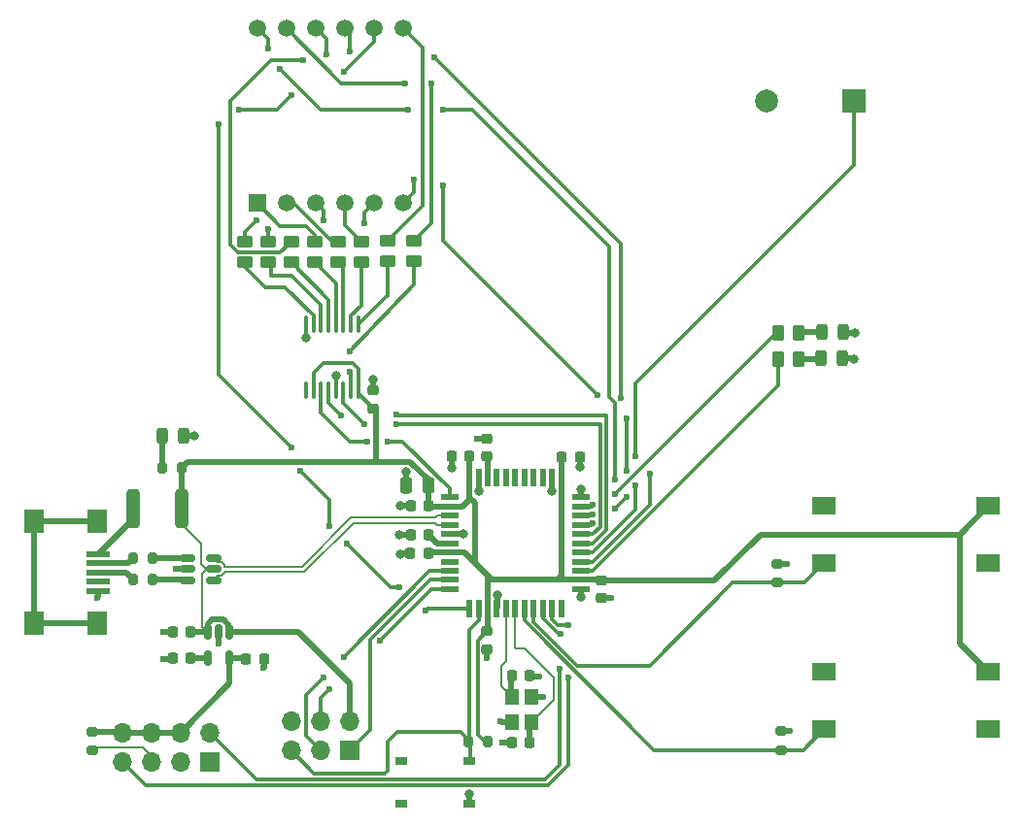
<source format=gbr>
%TF.GenerationSoftware,KiCad,Pcbnew,7.0.1-0*%
%TF.CreationDate,2023-04-21T07:07:00-06:00*%
%TF.ProjectId,PhaseB_Prototype,50686173-6542-45f5-9072-6f746f747970,rev?*%
%TF.SameCoordinates,Original*%
%TF.FileFunction,Copper,L1,Top*%
%TF.FilePolarity,Positive*%
%FSLAX46Y46*%
G04 Gerber Fmt 4.6, Leading zero omitted, Abs format (unit mm)*
G04 Created by KiCad (PCBNEW 7.0.1-0) date 2023-04-21 07:07:00*
%MOMM*%
%LPD*%
G01*
G04 APERTURE LIST*
G04 Aperture macros list*
%AMRoundRect*
0 Rectangle with rounded corners*
0 $1 Rounding radius*
0 $2 $3 $4 $5 $6 $7 $8 $9 X,Y pos of 4 corners*
0 Add a 4 corners polygon primitive as box body*
4,1,4,$2,$3,$4,$5,$6,$7,$8,$9,$2,$3,0*
0 Add four circle primitives for the rounded corners*
1,1,$1+$1,$2,$3*
1,1,$1+$1,$4,$5*
1,1,$1+$1,$6,$7*
1,1,$1+$1,$8,$9*
0 Add four rect primitives between the rounded corners*
20,1,$1+$1,$2,$3,$4,$5,0*
20,1,$1+$1,$4,$5,$6,$7,0*
20,1,$1+$1,$6,$7,$8,$9,0*
20,1,$1+$1,$8,$9,$2,$3,0*%
G04 Aperture macros list end*
%TA.AperFunction,ComponentPad*%
%ADD10R,1.700000X1.700000*%
%TD*%
%TA.AperFunction,ComponentPad*%
%ADD11O,1.700000X1.700000*%
%TD*%
%TA.AperFunction,SMDPad,CuDef*%
%ADD12RoundRect,0.200000X0.200000X0.275000X-0.200000X0.275000X-0.200000X-0.275000X0.200000X-0.275000X0*%
%TD*%
%TA.AperFunction,SMDPad,CuDef*%
%ADD13RoundRect,0.225000X0.250000X-0.225000X0.250000X0.225000X-0.250000X0.225000X-0.250000X-0.225000X0*%
%TD*%
%TA.AperFunction,SMDPad,CuDef*%
%ADD14RoundRect,0.225000X0.225000X0.250000X-0.225000X0.250000X-0.225000X-0.250000X0.225000X-0.250000X0*%
%TD*%
%TA.AperFunction,SMDPad,CuDef*%
%ADD15RoundRect,0.225000X-0.225000X-0.250000X0.225000X-0.250000X0.225000X0.250000X-0.225000X0.250000X0*%
%TD*%
%TA.AperFunction,ComponentPad*%
%ADD16R,2.000000X2.000000*%
%TD*%
%TA.AperFunction,ComponentPad*%
%ADD17C,2.000000*%
%TD*%
%TA.AperFunction,SMDPad,CuDef*%
%ADD18RoundRect,0.250000X0.450000X-0.262500X0.450000X0.262500X-0.450000X0.262500X-0.450000X-0.262500X0*%
%TD*%
%TA.AperFunction,SMDPad,CuDef*%
%ADD19RoundRect,0.243750X0.243750X0.456250X-0.243750X0.456250X-0.243750X-0.456250X0.243750X-0.456250X0*%
%TD*%
%TA.AperFunction,SMDPad,CuDef*%
%ADD20RoundRect,0.250000X-0.262500X-0.450000X0.262500X-0.450000X0.262500X0.450000X-0.262500X0.450000X0*%
%TD*%
%TA.AperFunction,SMDPad,CuDef*%
%ADD21RoundRect,0.150000X-0.512500X-0.150000X0.512500X-0.150000X0.512500X0.150000X-0.512500X0.150000X0*%
%TD*%
%TA.AperFunction,SMDPad,CuDef*%
%ADD22RoundRect,0.150000X-0.150000X0.512500X-0.150000X-0.512500X0.150000X-0.512500X0.150000X0.512500X0*%
%TD*%
%TA.AperFunction,SMDPad,CuDef*%
%ADD23R,2.000000X1.500000*%
%TD*%
%TA.AperFunction,SMDPad,CuDef*%
%ADD24RoundRect,0.100000X-0.100000X0.637500X-0.100000X-0.637500X0.100000X-0.637500X0.100000X0.637500X0*%
%TD*%
%TA.AperFunction,SMDPad,CuDef*%
%ADD25RoundRect,0.250000X0.250000X0.475000X-0.250000X0.475000X-0.250000X-0.475000X0.250000X-0.475000X0*%
%TD*%
%TA.AperFunction,SMDPad,CuDef*%
%ADD26RoundRect,0.200000X-0.200000X-0.275000X0.200000X-0.275000X0.200000X0.275000X-0.200000X0.275000X0*%
%TD*%
%TA.AperFunction,SMDPad,CuDef*%
%ADD27RoundRect,0.225000X-0.250000X0.225000X-0.250000X-0.225000X0.250000X-0.225000X0.250000X0.225000X0*%
%TD*%
%TA.AperFunction,SMDPad,CuDef*%
%ADD28R,1.500000X0.550000*%
%TD*%
%TA.AperFunction,SMDPad,CuDef*%
%ADD29R,0.550000X1.500000*%
%TD*%
%TA.AperFunction,SMDPad,CuDef*%
%ADD30RoundRect,0.200000X0.275000X-0.200000X0.275000X0.200000X-0.275000X0.200000X-0.275000X-0.200000X0*%
%TD*%
%TA.AperFunction,ComponentPad*%
%ADD31C,1.500000*%
%TD*%
%TA.AperFunction,ComponentPad*%
%ADD32R,1.500000X1.500000*%
%TD*%
%TA.AperFunction,SMDPad,CuDef*%
%ADD33R,1.200000X1.400000*%
%TD*%
%TA.AperFunction,SMDPad,CuDef*%
%ADD34RoundRect,0.250000X-0.312500X-1.450000X0.312500X-1.450000X0.312500X1.450000X-0.312500X1.450000X0*%
%TD*%
%TA.AperFunction,SMDPad,CuDef*%
%ADD35R,1.000000X0.700000*%
%TD*%
%TA.AperFunction,SMDPad,CuDef*%
%ADD36R,2.000000X0.500000*%
%TD*%
%TA.AperFunction,SMDPad,CuDef*%
%ADD37R,1.700000X2.000000*%
%TD*%
%TA.AperFunction,ViaPad*%
%ADD38C,0.600000*%
%TD*%
%TA.AperFunction,ViaPad*%
%ADD39C,0.800000*%
%TD*%
%TA.AperFunction,Conductor*%
%ADD40C,0.300000*%
%TD*%
%TA.AperFunction,Conductor*%
%ADD41C,0.500000*%
%TD*%
%TA.AperFunction,Conductor*%
%ADD42C,0.200000*%
%TD*%
G04 APERTURE END LIST*
D10*
%TO.P,J2,1,MISO*%
%TO.N,MISO*%
X105903000Y-92476000D03*
D11*
%TO.P,J2,2,VCC*%
%TO.N,+5V*%
X105903000Y-89936000D03*
%TO.P,J2,3,SCK*%
%TO.N,SCK*%
X103363000Y-92476000D03*
%TO.P,J2,4,MOSI*%
%TO.N,MOSI*%
X103363000Y-89936000D03*
%TO.P,J2,5,~{RST}*%
%TO.N,RST*%
X100823000Y-92476000D03*
%TO.P,J2,6,GND*%
%TO.N,GND*%
X100823000Y-89936000D03*
%TD*%
D12*
%TO.P,R14,1*%
%TO.N,+5V*%
X91249000Y-67818000D03*
%TO.P,R14,2*%
%TO.N,Net-(D3-A)*%
X89599000Y-67818000D03*
%TD*%
D13*
%TO.P,C15,2*%
%TO.N,GND*%
X107966820Y-61092142D03*
%TO.P,C15,1*%
%TO.N,+5V*%
X107966820Y-62642142D03*
%TD*%
D14*
%TO.P,C2,1*%
%TO.N,XTAL1*%
X121635189Y-91780601D03*
%TO.P,C2,2*%
%TO.N,GND*%
X120085189Y-91780601D03*
%TD*%
D15*
%TO.P,C1,1*%
%TO.N,XTAL2*%
X120053441Y-85988865D03*
%TO.P,C1,2*%
%TO.N,GND*%
X121603441Y-85988865D03*
%TD*%
D16*
%TO.P,LS1,1,1*%
%TO.N,Buzzer*%
X149840000Y-35814000D03*
D17*
%TO.P,LS1,2,2*%
%TO.N,GND*%
X142240000Y-35814000D03*
%TD*%
D18*
%TO.P,R5,2*%
%TO.N,Net-(U1-a)*%
X111506000Y-48006000D03*
%TO.P,R5,1*%
%TO.N,a*%
X111506000Y-49831000D03*
%TD*%
D19*
%TO.P,D3,1,K*%
%TO.N,GND*%
X91440000Y-65024000D03*
%TO.P,D3,2,A*%
%TO.N,Net-(D3-A)*%
X89565000Y-65024000D03*
%TD*%
D18*
%TO.P,R12,2*%
%TO.N,Net-(U1-DPX)*%
X96774000Y-48109500D03*
%TO.P,R12,1*%
%TO.N,dp*%
X96774000Y-49934500D03*
%TD*%
D12*
%TO.P,R16,1*%
%TO.N,USB_CONN_D-*%
X88709000Y-75710000D03*
%TO.P,R16,2*%
%TO.N,Net-(J1-D-)*%
X87059000Y-75710000D03*
%TD*%
D20*
%TO.P,R3,1*%
%TO.N,RED_LED*%
X143247085Y-56033813D03*
%TO.P,R3,2*%
%TO.N,Net-(D1-A)*%
X145072085Y-56033813D03*
%TD*%
D21*
%TO.P,U4,1,I/O1*%
%TO.N,USB_CONN_D-*%
X91783751Y-75721955D03*
%TO.P,U4,2,GND*%
%TO.N,GND*%
X91783751Y-76671955D03*
%TO.P,U4,3,I/O2*%
%TO.N,USB_CONN_D+*%
X91783751Y-77621955D03*
%TO.P,U4,4,I/O2*%
%TO.N,USB_D+*%
X94058751Y-77621955D03*
%TO.P,U4,5,VBUS*%
%TO.N,+5V*%
X94058751Y-76671955D03*
%TO.P,U4,6,I/O1*%
%TO.N,USB_D-*%
X94058751Y-75721955D03*
%TD*%
D22*
%TO.P,U5,1,VIN*%
%TO.N,+5V*%
X95438000Y-82174500D03*
%TO.P,U5,2,GND*%
%TO.N,GND*%
X94488000Y-82174500D03*
%TO.P,U5,3,ON/~{OFF}*%
%TO.N,+5V*%
X93538000Y-82174500D03*
%TO.P,U5,4,BP*%
%TO.N,Net-(U5-BP)*%
X93538000Y-84449500D03*
%TO.P,U5,5,VOUT*%
%TO.N,+3.3V*%
X95438000Y-84449500D03*
%TD*%
D18*
%TO.P,R10,2*%
%TO.N,Net-(U1-f)*%
X100838000Y-48109500D03*
%TO.P,R10,1*%
%TO.N,f*%
X100838000Y-49934500D03*
%TD*%
D23*
%TO.P,S1,A1,NO_1*%
%TO.N,unconnected-(S1-NO_1-PadA1)*%
X161582000Y-90638000D03*
%TO.P,S1,B1,NO_2*%
%TO.N,Button_1*%
X147282000Y-90638000D03*
%TO.P,S1,C1,COM_1*%
%TO.N,+5V*%
X161582000Y-85638000D03*
%TO.P,S1,D1,COM_2*%
%TO.N,unconnected-(S1-COM_2-PadD1)*%
X147282000Y-85638000D03*
%TD*%
D24*
%TO.P,U2,16,VCC*%
%TO.N,+5V*%
X106669000Y-61028500D03*
%TO.P,U2,15,QA*%
%TO.N,a*%
X106019000Y-61028500D03*
%TO.P,U2,14,SER*%
%TO.N,DS*%
X105369000Y-61028500D03*
%TO.P,U2,13,~{OE}*%
%TO.N,GND*%
X104719000Y-61028500D03*
%TO.P,U2,12,RCLK*%
%TO.N,ST_CP*%
X104069000Y-61028500D03*
%TO.P,U2,11,SRCLK*%
%TO.N,SH_CP*%
X103419000Y-61028500D03*
%TO.P,U2,10,~{SRCLR}*%
%TO.N,+5V*%
X102769000Y-61028500D03*
%TO.P,U2,9,QH'*%
%TO.N,unconnected-(U2-QH'-Pad9)*%
X102119000Y-61028500D03*
%TO.P,U2,8,GND*%
%TO.N,GND*%
X102119000Y-55303500D03*
%TO.P,U2,7,QH*%
%TO.N,dp*%
X102769000Y-55303500D03*
%TO.P,U2,6,QG*%
%TO.N,g*%
X103419000Y-55303500D03*
%TO.P,U2,5,QF*%
%TO.N,f*%
X104069000Y-55303500D03*
%TO.P,U2,4,QE*%
%TO.N,e*%
X104719000Y-55303500D03*
%TO.P,U2,3,QD*%
%TO.N,d*%
X105369000Y-55303500D03*
%TO.P,U2,2,QC*%
%TO.N,c*%
X106019000Y-55303500D03*
%TO.P,U2,1,QB*%
%TO.N,b*%
X106669000Y-55303500D03*
%TD*%
D25*
%TO.P,C4,1*%
%TO.N,+5V*%
X112778369Y-69342000D03*
%TO.P,C4,2*%
%TO.N,GND*%
X110878369Y-69342000D03*
%TD*%
D15*
%TO.P,C3,1*%
%TO.N,+5V*%
X124413154Y-66874511D03*
%TO.P,C3,2*%
%TO.N,GND*%
X125963154Y-66874511D03*
%TD*%
D18*
%TO.P,R6,2*%
%TO.N,Net-(U1-b)*%
X109220000Y-48006000D03*
%TO.P,R6,1*%
%TO.N,b*%
X109220000Y-49831000D03*
%TD*%
D26*
%TO.P,R13,1*%
%TO.N,RST*%
X116269000Y-91694000D03*
%TO.P,R13,2*%
%TO.N,+5V*%
X117919000Y-91694000D03*
%TD*%
D27*
%TO.P,C8,2*%
%TO.N,GND*%
X127880856Y-79215952D03*
%TO.P,C8,1*%
%TO.N,+5V*%
X127880856Y-77665952D03*
%TD*%
D14*
%TO.P,C10,1*%
%TO.N,/UCAP*%
X112789000Y-73660000D03*
%TO.P,C10,2*%
%TO.N,GND*%
X111239000Y-73660000D03*
%TD*%
D19*
%TO.P,D2,1,K*%
%TO.N,GND*%
X148895000Y-58310000D03*
%TO.P,D2,2,A*%
%TO.N,Net-(D2-A)*%
X147020000Y-58310000D03*
%TD*%
D13*
%TO.P,C11,1*%
%TO.N,/AREF*%
X117852224Y-66859263D03*
%TO.P,C11,2*%
%TO.N,GND*%
X117852224Y-65309263D03*
%TD*%
D14*
%TO.P,C7,1*%
%TO.N,+5V*%
X112768199Y-75315721D03*
%TO.P,C7,2*%
%TO.N,GND*%
X111218199Y-75315721D03*
%TD*%
D28*
%TO.P,U3,1,PE6*%
%TO.N,SH_CP*%
X114660000Y-70420000D03*
%TO.P,U3,2,UVCC*%
%TO.N,+5V*%
X114660000Y-71220000D03*
%TO.P,U3,3,D-*%
%TO.N,USB_D-*%
X114660000Y-72020000D03*
%TO.P,U3,4,D+*%
%TO.N,USB_D+*%
X114660000Y-72820000D03*
%TO.P,U3,5,UGND*%
%TO.N,GND*%
X114660000Y-73620000D03*
%TO.P,U3,6,UCAP*%
%TO.N,/UCAP*%
X114660000Y-74420000D03*
%TO.P,U3,7,VBUS*%
%TO.N,+5V*%
X114660000Y-75220000D03*
%TO.P,U3,8,PB0*%
%TO.N,unconnected-(U3-PB0-Pad8)*%
X114660000Y-76020000D03*
%TO.P,U3,9,PB1*%
%TO.N,SCK*%
X114660000Y-76820000D03*
%TO.P,U3,10,PB2*%
%TO.N,MISO*%
X114660000Y-77620000D03*
%TO.P,U3,11,PB3*%
%TO.N,MOSI*%
X114660000Y-78420000D03*
D29*
%TO.P,U3,12,PB7*%
%TO.N,Dig3*%
X116360000Y-80120000D03*
%TO.P,U3,13,~{RESET}*%
%TO.N,RST*%
X117160000Y-80120000D03*
%TO.P,U3,14,VCC*%
%TO.N,+5V*%
X117960000Y-80120000D03*
%TO.P,U3,15,GND*%
%TO.N,GND*%
X118760000Y-80120000D03*
%TO.P,U3,16,XTAL2*%
%TO.N,XTAL2*%
X119560000Y-80120000D03*
%TO.P,U3,17,XTAL1*%
%TO.N,XTAL1*%
X120360000Y-80120000D03*
%TO.P,U3,18,PD0*%
%TO.N,Button_1*%
X121160000Y-80120000D03*
%TO.P,U3,19,PD1*%
%TO.N,Button_2*%
X121960000Y-80120000D03*
%TO.P,U3,20,PD2*%
%TO.N,TX*%
X122760000Y-80120000D03*
%TO.P,U3,21,PD3*%
%TO.N,RX*%
X123560000Y-80120000D03*
%TO.P,U3,22,PD5*%
%TO.N,unconnected-(U3-PD5-Pad22)*%
X124360000Y-80120000D03*
D28*
%TO.P,U3,23,GND*%
%TO.N,GND*%
X126060000Y-78420000D03*
%TO.P,U3,24,AVCC*%
%TO.N,+5V*%
X126060000Y-77620000D03*
%TO.P,U3,25,PD4*%
%TO.N,GREEN_LED*%
X126060000Y-76820000D03*
%TO.P,U3,26,PD6*%
%TO.N,Dig2*%
X126060000Y-76020000D03*
%TO.P,U3,27,PD7*%
%TO.N,Buzzer*%
X126060000Y-75220000D03*
%TO.P,U3,28,PB4*%
%TO.N,ST_CP*%
X126060000Y-74420000D03*
%TO.P,U3,29,PB5*%
%TO.N,DS*%
X126060000Y-73620000D03*
%TO.P,U3,30,PB6*%
%TO.N,Dig4*%
X126060000Y-72820000D03*
%TO.P,U3,31,PC6*%
%TO.N,RED_LED*%
X126060000Y-72020000D03*
%TO.P,U3,32,PC7*%
%TO.N,Dig1*%
X126060000Y-71220000D03*
%TO.P,U3,33,~{HWB}/PE2*%
%TO.N,GND*%
X126060000Y-70420000D03*
D29*
%TO.P,U3,34,VCC*%
%TO.N,+5V*%
X124360000Y-68720000D03*
%TO.P,U3,35,GND*%
%TO.N,GND*%
X123560000Y-68720000D03*
%TO.P,U3,36,PF7*%
%TO.N,unconnected-(U3-PF7-Pad36)*%
X122760000Y-68720000D03*
%TO.P,U3,37,PF6*%
%TO.N,unconnected-(U3-PF6-Pad37)*%
X121960000Y-68720000D03*
%TO.P,U3,38,PF5*%
%TO.N,unconnected-(U3-PF5-Pad38)*%
X121160000Y-68720000D03*
%TO.P,U3,39,PF4*%
%TO.N,unconnected-(U3-PF4-Pad39)*%
X120360000Y-68720000D03*
%TO.P,U3,40,PF1*%
%TO.N,unconnected-(U3-PF1-Pad40)*%
X119560000Y-68720000D03*
%TO.P,U3,41,PF0*%
%TO.N,unconnected-(U3-PF0-Pad41)*%
X118760000Y-68720000D03*
%TO.P,U3,42,AREF*%
%TO.N,/AREF*%
X117960000Y-68720000D03*
%TO.P,U3,43,GND*%
%TO.N,GND*%
X117160000Y-68720000D03*
%TO.P,U3,44,AVCC*%
%TO.N,+5V*%
X116360000Y-68720000D03*
%TD*%
D30*
%TO.P,R1,2*%
%TO.N,GND*%
X143510000Y-90806000D03*
%TO.P,R1,1*%
%TO.N,Button_1*%
X143510000Y-92456000D03*
%TD*%
D19*
%TO.P,D1,1,K*%
%TO.N,GND*%
X148973500Y-56024000D03*
%TO.P,D1,2,A*%
%TO.N,Net-(D1-A)*%
X147098500Y-56024000D03*
%TD*%
D14*
%TO.P,C12,1*%
%TO.N,Net-(U5-BP)*%
X92054805Y-84476254D03*
%TO.P,C12,2*%
%TO.N,GND*%
X90504805Y-84476254D03*
%TD*%
D18*
%TO.P,R9,2*%
%TO.N,Net-(U1-e)*%
X102870000Y-48109500D03*
%TO.P,R9,1*%
%TO.N,e*%
X102870000Y-49934500D03*
%TD*%
D31*
%TO.P,U1,12,CA1*%
%TO.N,Dig1*%
X97850000Y-29480000D03*
%TO.P,U1,11,a*%
%TO.N,Net-(U1-a)*%
X100390000Y-29480000D03*
%TO.P,U1,10,f*%
%TO.N,Net-(U1-f)*%
X102930000Y-29480000D03*
%TO.P,U1,9,CA2*%
%TO.N,Dig2*%
X105470000Y-29480000D03*
%TO.P,U1,8,CA3*%
%TO.N,Dig3*%
X108010000Y-29480000D03*
%TO.P,U1,7,b*%
%TO.N,Net-(U1-b)*%
X110550000Y-29480000D03*
%TO.P,U1,6,CA4*%
%TO.N,Dig4*%
X110550000Y-44720000D03*
%TO.P,U1,5,g*%
%TO.N,Net-(U1-g)*%
X108010000Y-44720000D03*
%TO.P,U1,4,c*%
%TO.N,Net-(U1-c)*%
X105470000Y-44720000D03*
%TO.P,U1,3,DPX*%
%TO.N,Net-(U1-DPX)*%
X102930000Y-44720000D03*
%TO.P,U1,2,d*%
%TO.N,Net-(U1-d)*%
X100390000Y-44720000D03*
D32*
%TO.P,U1,1,e*%
%TO.N,Net-(U1-e)*%
X97850000Y-44720000D03*
%TD*%
D33*
%TO.P,Y1,1,1*%
%TO.N,XTAL1*%
X121754000Y-90000000D03*
%TO.P,Y1,2,2*%
%TO.N,GND*%
X121754000Y-87800000D03*
%TO.P,Y1,3,3*%
%TO.N,XTAL2*%
X120054000Y-87800000D03*
%TO.P,Y1,4,4*%
%TO.N,GND*%
X120054000Y-90000000D03*
%TD*%
D15*
%TO.P,C14,1*%
%TO.N,+3.3V*%
X96900048Y-84493218D03*
%TO.P,C14,2*%
%TO.N,GND*%
X98450048Y-84493218D03*
%TD*%
D10*
%TO.P,J3,1,Pin_1*%
%TO.N,GND*%
X93726000Y-93472000D03*
D11*
%TO.P,J3,2,Pin_2*%
%TO.N,TX*%
X93726000Y-90932000D03*
%TO.P,J3,3,Pin_3*%
%TO.N,unconnected-(J3-Pin_3-Pad3)*%
X91186000Y-93472000D03*
%TO.P,J3,4,Pin_4*%
%TO.N,+3.3V*%
X91186000Y-90932000D03*
%TO.P,J3,5,Pin_5*%
%TO.N,Net-(J3-Pin_5)*%
X88646000Y-93472000D03*
%TO.P,J3,6,Pin_6*%
%TO.N,+3.3V*%
X88646000Y-90932000D03*
%TO.P,J3,7,Pin_7*%
%TO.N,RX*%
X86106000Y-93472000D03*
%TO.P,J3,8,Pin_8*%
%TO.N,+3.3V*%
X86106000Y-90932000D03*
%TD*%
D14*
%TO.P,C13,1*%
%TO.N,+5V*%
X92065448Y-82152253D03*
%TO.P,C13,2*%
%TO.N,GND*%
X90515448Y-82152253D03*
%TD*%
D20*
%TO.P,R4,1*%
%TO.N,GREEN_LED*%
X143264647Y-58354301D03*
%TO.P,R4,2*%
%TO.N,Net-(D2-A)*%
X145089647Y-58354301D03*
%TD*%
D30*
%TO.P,R2,1*%
%TO.N,Button_2*%
X143217601Y-77846693D03*
%TO.P,R2,2*%
%TO.N,GND*%
X143217601Y-76196693D03*
%TD*%
%TO.P,R17,2*%
%TO.N,+3.3V*%
X83490000Y-90859000D03*
%TO.P,R17,1*%
%TO.N,Net-(J3-Pin_5)*%
X83490000Y-92509000D03*
%TD*%
D27*
%TO.P,C9,1*%
%TO.N,+5V*%
X117910193Y-82101325D03*
%TO.P,C9,2*%
%TO.N,GND*%
X117910193Y-83651325D03*
%TD*%
D34*
%TO.P,F1,1*%
%TO.N,Net-(J1-VBUS)*%
X87016500Y-71374000D03*
%TO.P,F1,2*%
%TO.N,+5V*%
X91291500Y-71374000D03*
%TD*%
D14*
%TO.P,C6,1*%
%TO.N,+5V*%
X112789000Y-71120000D03*
%TO.P,C6,2*%
%TO.N,GND*%
X111239000Y-71120000D03*
%TD*%
D18*
%TO.P,R11,2*%
%TO.N,Net-(U1-g)*%
X98806000Y-48109500D03*
%TO.P,R11,1*%
%TO.N,g*%
X98806000Y-49934500D03*
%TD*%
D35*
%TO.P,S3,4*%
%TO.N,N/C*%
X110379500Y-93400000D03*
%TO.P,S3,3*%
%TO.N,RST*%
X116379500Y-93400000D03*
%TO.P,S3,2*%
%TO.N,N/C*%
X110379500Y-97100000D03*
%TO.P,S3,1*%
%TO.N,GND*%
X116379500Y-97100000D03*
%TD*%
D36*
%TO.P,J1,1,VBUS*%
%TO.N,Net-(J1-VBUS)*%
X83980000Y-75362000D03*
%TO.P,J1,2,D-*%
%TO.N,Net-(J1-D-)*%
X83980000Y-76162000D03*
%TO.P,J1,3,D+*%
%TO.N,Net-(J1-D+)*%
X83980000Y-76962000D03*
%TO.P,J1,4,ID*%
%TO.N,unconnected-(J1-ID-Pad4)*%
X83980000Y-77762000D03*
%TO.P,J1,5,GND*%
%TO.N,GND*%
X83980000Y-78562000D03*
D37*
%TO.P,J1,6,Shield*%
%TO.N,unconnected-(J1-Shield-Pad6)*%
X83880000Y-72512000D03*
X78430000Y-72512000D03*
X83880000Y-81412000D03*
X78430000Y-81412000D03*
%TD*%
D12*
%TO.P,R15,1*%
%TO.N,USB_CONN_D+*%
X88709000Y-77597494D03*
%TO.P,R15,2*%
%TO.N,Net-(J1-D+)*%
X87059000Y-77597494D03*
%TD*%
D14*
%TO.P,C5,1*%
%TO.N,+5V*%
X116345000Y-66842000D03*
%TO.P,C5,2*%
%TO.N,GND*%
X114795000Y-66842000D03*
%TD*%
D18*
%TO.P,R7,2*%
%TO.N,Net-(U1-c)*%
X106934000Y-48109500D03*
%TO.P,R7,1*%
%TO.N,c*%
X106934000Y-49934500D03*
%TD*%
%TO.P,R8,2*%
%TO.N,Net-(U1-d)*%
X104902000Y-48109500D03*
%TO.P,R8,1*%
%TO.N,d*%
X104902000Y-49934500D03*
%TD*%
D23*
%TO.P,S2,A1,NO_1*%
%TO.N,unconnected-(S2-NO_1-PadA1)*%
X161582000Y-76160000D03*
%TO.P,S2,B1,NO_2*%
%TO.N,Button_2*%
X147282000Y-76160000D03*
%TO.P,S2,C1,COM_1*%
%TO.N,+5V*%
X161582000Y-71160000D03*
%TO.P,S2,D1,COM_2*%
%TO.N,unconnected-(S2-COM_2-PadD1)*%
X147282000Y-71160000D03*
%TD*%
D38*
%TO.N,Dig3*%
X105410000Y-33274000D03*
X104140000Y-72898000D03*
X96266000Y-36576000D03*
X110236000Y-78232000D03*
X100838000Y-66040000D03*
X112522000Y-80264000D03*
X94488000Y-37846000D03*
X101600000Y-68072000D03*
X100838000Y-35306000D03*
X105664000Y-74422000D03*
%TO.N,TX*%
X124318500Y-82296000D03*
X124206000Y-85344000D03*
%TO.N,RX*%
X124968000Y-81534000D03*
X124968000Y-86106000D03*
%TO.N,MOSI*%
X108563712Y-82909713D03*
%TO.N,SCK*%
X105410000Y-84328000D03*
X103632000Y-86106000D03*
%TO.N,MOSI*%
X104140000Y-87122000D03*
D39*
%TO.N,GND*%
X116332000Y-96266000D03*
D38*
%TO.N,Dig4*%
X111506000Y-42672000D03*
X127508000Y-61468000D03*
X114046000Y-43180000D03*
X130048000Y-68072000D03*
X127112500Y-72692486D03*
X130048000Y-70358000D03*
X129032000Y-71374000D03*
X130048000Y-63500000D03*
%TO.N,Dig1*%
X129032000Y-68834000D03*
X110998000Y-36576000D03*
X127112500Y-71092982D03*
X114046000Y-36576000D03*
X99822000Y-33020000D03*
X98806000Y-31242000D03*
%TO.N,Dig2*%
X113284000Y-32004000D03*
X132080000Y-68326000D03*
X105918000Y-31496000D03*
X129540000Y-61722000D03*
%TO.N,Buzzer*%
X130810000Y-66802000D03*
X130810000Y-69342000D03*
%TO.N,RED_LED*%
X129032000Y-70104000D03*
X127112500Y-71892485D03*
%TO.N,ST_CP*%
X105156000Y-63246000D03*
X109982000Y-63208497D03*
%TO.N,DS*%
X107188000Y-64008000D03*
X109982000Y-64008000D03*
%TO.N,SH_CP*%
X109220000Y-65532000D03*
X107442000Y-65532000D03*
%TO.N,Net-(U1-f)*%
X103886000Y-31750000D03*
X101854000Y-32258000D03*
%TO.N,Net-(U1-a)*%
X110744000Y-34290000D03*
X113030000Y-34290000D03*
%TO.N,Net-(U1-g)*%
X107188000Y-46482000D03*
X98806000Y-46990000D03*
%TO.N,Net-(U1-DPX)*%
X103632000Y-46228000D03*
X97790000Y-46228000D03*
%TO.N,a*%
X105918000Y-59436000D03*
X105918000Y-57658000D03*
D39*
%TO.N,GND*%
X107978193Y-60115680D03*
D38*
X144319397Y-90818286D03*
X144018000Y-76200000D03*
D39*
X149875025Y-58331278D03*
X149935126Y-56032409D03*
X102151016Y-56532751D03*
X104751132Y-59803422D03*
D38*
X117016502Y-65304475D03*
D39*
X110291683Y-73659999D03*
D38*
X83955394Y-79169000D03*
X98423108Y-85324330D03*
X122421630Y-86031350D03*
X119090690Y-89961949D03*
X119254533Y-91780601D03*
X122777146Y-87799229D03*
X117898664Y-84477327D03*
D39*
X110308005Y-75345266D03*
D38*
X94492808Y-83178073D03*
X89713460Y-84500251D03*
X89702622Y-82148508D03*
X90757235Y-76653883D03*
D39*
X92413079Y-65038409D03*
D38*
X128717211Y-79208453D03*
D39*
X125963154Y-67769272D03*
X114795000Y-67818000D03*
X126064071Y-69676891D03*
X126087346Y-79120606D03*
X118809500Y-78939189D03*
X123510500Y-69906725D03*
X117209500Y-69914386D03*
X110853654Y-68159775D03*
X110324850Y-71123523D03*
X115876501Y-73625620D03*
%TD*%
D40*
%TO.N,Dig3*%
X100838000Y-66040000D02*
X94488000Y-59690000D01*
X112666000Y-80120000D02*
X112522000Y-80264000D01*
X116360000Y-80120000D02*
X112666000Y-80120000D01*
X109474000Y-78232000D02*
X105664000Y-74422000D01*
X110236000Y-78232000D02*
X109474000Y-78232000D01*
X108010000Y-30674000D02*
X108010000Y-29480000D01*
X104140000Y-72898000D02*
X104140000Y-70612000D01*
X104140000Y-70612000D02*
X101600000Y-68072000D01*
X96266000Y-36576000D02*
X99568000Y-36576000D01*
X94488000Y-59690000D02*
X94488000Y-37846000D01*
X99568000Y-36576000D02*
X100838000Y-35306000D01*
X105410000Y-33274000D02*
X108010000Y-30674000D01*
%TO.N,+5V*%
X117919000Y-91948000D02*
X117085193Y-91114193D01*
X117085193Y-91114193D02*
X117085193Y-82926325D01*
X117085193Y-82926325D02*
X117910193Y-82101325D01*
%TO.N,TX*%
X97798000Y-95004000D02*
X122936000Y-95004000D01*
X93726000Y-90932000D02*
X97798000Y-95004000D01*
X122936000Y-95004000D02*
X124206000Y-93734000D01*
X124206000Y-93734000D02*
X124206000Y-85344000D01*
X124103894Y-82296000D02*
X122760000Y-80952106D01*
X124318500Y-82296000D02*
X124103894Y-82296000D01*
X122760000Y-80952106D02*
X122760000Y-80120000D01*
%TO.N,Button_2*%
X121960000Y-80120000D02*
X121960000Y-81262894D01*
X121960000Y-81262894D02*
X125787106Y-85090000D01*
X125787106Y-85090000D02*
X132080000Y-85090000D01*
X132080000Y-85090000D02*
X139323307Y-77846693D01*
X139323307Y-77846693D02*
X143217601Y-77846693D01*
%TO.N,RX*%
X123190000Y-95504000D02*
X124968000Y-93726000D01*
X86106000Y-93472000D02*
X88138000Y-95504000D01*
X88138000Y-95504000D02*
X123190000Y-95504000D01*
X124968000Y-93726000D02*
X124968000Y-86106000D01*
X124049000Y-81534000D02*
X123560000Y-81045000D01*
X124968000Y-81534000D02*
X124049000Y-81534000D01*
X123560000Y-81045000D02*
X123560000Y-80120000D01*
%TO.N,MOSI*%
X108563712Y-82909713D02*
X113053425Y-78420000D01*
X113053425Y-78420000D02*
X114660000Y-78420000D01*
%TO.N,MISO*%
X105903000Y-92476000D02*
X107696000Y-90683000D01*
X107696000Y-90683000D02*
X107696000Y-82858893D01*
X107696000Y-82858893D02*
X112934893Y-77620000D01*
X112934893Y-77620000D02*
X114660000Y-77620000D01*
%TO.N,SCK*%
X112918000Y-76820000D02*
X114660000Y-76820000D01*
X102108000Y-91221000D02*
X102108000Y-87630000D01*
X103363000Y-92476000D02*
X102108000Y-91221000D01*
X102108000Y-87630000D02*
X103632000Y-86106000D01*
X105410000Y-84328000D02*
X112918000Y-76820000D01*
%TO.N,MOSI*%
X103363000Y-89936000D02*
X103363000Y-87899000D01*
X103363000Y-87899000D02*
X104140000Y-87122000D01*
%TO.N,RST*%
X109220000Y-94234000D02*
X109220000Y-91694000D01*
X108966000Y-94488000D02*
X109220000Y-94234000D01*
X109220000Y-91694000D02*
X110045000Y-90869000D01*
X100823000Y-92476000D02*
X102835000Y-94488000D01*
X102835000Y-94488000D02*
X108966000Y-94488000D01*
X110045000Y-90869000D02*
X115570000Y-90869000D01*
X115570000Y-90869000D02*
X116395000Y-91694000D01*
D41*
%TO.N,+5V*%
X101478500Y-82174500D02*
X105918000Y-86614000D01*
X95438000Y-82174500D02*
X101478500Y-82174500D01*
X105918000Y-86614000D02*
X105903000Y-86629000D01*
X105903000Y-86629000D02*
X105903000Y-89936000D01*
D40*
%TO.N,RST*%
X116395000Y-91694000D02*
X116395000Y-93384500D01*
X116395000Y-93384500D02*
X116379500Y-93400000D01*
X116379500Y-81950500D02*
X116379500Y-91678500D01*
X116379500Y-91678500D02*
X116395000Y-91694000D01*
D41*
%TO.N,+5V*%
X159082000Y-73660000D02*
X159082000Y-83138000D01*
X159082000Y-83138000D02*
X161582000Y-85638000D01*
X137726048Y-77665952D02*
X141732000Y-73660000D01*
X127880856Y-77665952D02*
X137726048Y-77665952D01*
X141732000Y-73660000D02*
X159082000Y-73660000D01*
X159082000Y-73660000D02*
X161582000Y-71160000D01*
D40*
%TO.N,Button_2*%
X143217601Y-77846693D02*
X145595307Y-77846693D01*
X145595307Y-77846693D02*
X147282000Y-76160000D01*
%TO.N,Button_1*%
X143510000Y-92456000D02*
X145464000Y-92456000D01*
X145464000Y-92456000D02*
X147282000Y-90638000D01*
X121160000Y-80120000D02*
X121160000Y-81170000D01*
X121160000Y-81170000D02*
X132446000Y-92456000D01*
X132446000Y-92456000D02*
X143510000Y-92456000D01*
D41*
%TO.N,Net-(D2-A)*%
X145089647Y-58354301D02*
X146975699Y-58354301D01*
X146975699Y-58354301D02*
X147020000Y-58310000D01*
%TO.N,Net-(D1-A)*%
X147098500Y-56024000D02*
X145081898Y-56024000D01*
X145081898Y-56024000D02*
X145072085Y-56033813D01*
%TO.N,GND*%
X116332000Y-96266000D02*
X116332000Y-97052500D01*
X116332000Y-97052500D02*
X116379500Y-97100000D01*
D40*
%TO.N,RST*%
X117160000Y-80120000D02*
X117160000Y-81170000D01*
X117160000Y-81170000D02*
X116379500Y-81950500D01*
%TO.N,Dig4*%
X126060000Y-72820000D02*
X126984986Y-72820000D01*
X111506000Y-42672000D02*
X111506000Y-43764000D01*
X114046000Y-48006000D02*
X114046000Y-43180000D01*
X126984986Y-72820000D02*
X127112500Y-72692486D01*
X111506000Y-43764000D02*
X110550000Y-44720000D01*
X129032000Y-71374000D02*
X130048000Y-70358000D01*
X127508000Y-61468000D02*
X114046000Y-48006000D01*
X130048000Y-68072000D02*
X130048000Y-63500000D01*
%TO.N,Dig1*%
X128524000Y-61625239D02*
X128524000Y-48514000D01*
X110998000Y-36576000D02*
X103378000Y-36576000D01*
X129032000Y-68834000D02*
X129032000Y-62133239D01*
X103378000Y-36576000D02*
X99822000Y-33020000D01*
X126985482Y-71220000D02*
X127112500Y-71092982D01*
X126060000Y-71220000D02*
X126985482Y-71220000D01*
X128524000Y-48514000D02*
X116586000Y-36576000D01*
X116586000Y-36576000D02*
X114046000Y-36576000D01*
X129032000Y-62133239D02*
X128524000Y-61625239D01*
X98806000Y-31242000D02*
X98806000Y-30436000D01*
X98806000Y-30436000D02*
X97850000Y-29480000D01*
%TO.N,Dig2*%
X129540000Y-48260000D02*
X113284000Y-32004000D01*
X105918000Y-29928000D02*
X105470000Y-29480000D01*
X127110000Y-76020000D02*
X132080000Y-71050000D01*
X132080000Y-71050000D02*
X132080000Y-68326000D01*
X129540000Y-61722000D02*
X129540000Y-48260000D01*
X126060000Y-76020000D02*
X127110000Y-76020000D01*
X105918000Y-31496000D02*
X105918000Y-29928000D01*
%TO.N,GREEN_LED*%
X126060000Y-76820000D02*
X127110000Y-76820000D01*
X127110000Y-76820000D02*
X143264647Y-60665353D01*
X143264647Y-60665353D02*
X143264647Y-58354301D01*
%TO.N,Buzzer*%
X127110000Y-75220000D02*
X130810000Y-71520000D01*
X130810000Y-71520000D02*
X130810000Y-69342000D01*
X126060000Y-75220000D02*
X127110000Y-75220000D01*
X130810000Y-66802000D02*
X130810000Y-60452000D01*
X130810000Y-60452000D02*
X149840000Y-41422000D01*
X149840000Y-41422000D02*
X149840000Y-35814000D01*
%TO.N,RED_LED*%
X126060000Y-72020000D02*
X126984985Y-72020000D01*
X126984985Y-72020000D02*
X127112500Y-71892485D01*
X129032000Y-70104000D02*
X143102187Y-56033813D01*
X143102187Y-56033813D02*
X143247085Y-56033813D01*
%TO.N,ST_CP*%
X104069000Y-62159000D02*
X104069000Y-61028500D01*
X105156000Y-63246000D02*
X104069000Y-62159000D01*
%TO.N,SH_CP*%
X105918000Y-65532000D02*
X103378000Y-62992000D01*
X107442000Y-65532000D02*
X105918000Y-65532000D01*
X103378000Y-62992000D02*
X103378000Y-61069500D01*
X103378000Y-61069500D02*
X103419000Y-61028500D01*
%TO.N,ST_CP*%
X128270000Y-73260000D02*
X128270000Y-63246000D01*
X127110000Y-74420000D02*
X128270000Y-73260000D01*
X126060000Y-74420000D02*
X127110000Y-74420000D01*
X128270000Y-63246000D02*
X110019503Y-63246000D01*
X110019503Y-63246000D02*
X109982000Y-63208497D01*
%TO.N,DS*%
X127110000Y-73620000D02*
X127762000Y-72968000D01*
X127762000Y-72968000D02*
X127762000Y-64008000D01*
X107188000Y-64008000D02*
X105369000Y-62189000D01*
X126060000Y-73620000D02*
X127110000Y-73620000D01*
X127762000Y-64008000D02*
X109982000Y-64008000D01*
X105369000Y-62189000D02*
X105369000Y-61028500D01*
D41*
%TO.N,+5V*%
X124360000Y-68720000D02*
X124360000Y-77212000D01*
X124360000Y-77212000D02*
X123952000Y-77620000D01*
X123952000Y-77620000D02*
X118310000Y-77620000D01*
D40*
%TO.N,SH_CP*%
X103419000Y-61028500D02*
X103419000Y-61752396D01*
X109220000Y-65532000D02*
X110541897Y-65532000D01*
X110541897Y-65532000D02*
X114660000Y-69650103D01*
X114660000Y-69650103D02*
X114660000Y-70420000D01*
%TO.N,Net-(U1-f)*%
X95504000Y-35814000D02*
X96012000Y-35306000D01*
X95504000Y-48400528D02*
X95504000Y-35814000D01*
X96175472Y-49072000D02*
X95504000Y-48400528D01*
X100838000Y-48109500D02*
X99875500Y-49072000D01*
X96012000Y-35306000D02*
X99060000Y-32258000D01*
X99060000Y-32258000D02*
X101854000Y-32258000D01*
X103886000Y-30436000D02*
X102930000Y-29480000D01*
X99875500Y-49072000D02*
X96175472Y-49072000D01*
X103886000Y-31750000D02*
X103886000Y-30436000D01*
%TO.N,Net-(U1-a)*%
X111506000Y-48006000D02*
X113030000Y-46482000D01*
X113030000Y-46482000D02*
X113030000Y-34290000D01*
X110744000Y-34290000D02*
X105200000Y-34290000D01*
X105200000Y-34290000D02*
X100390000Y-29480000D01*
%TO.N,Net-(U1-b)*%
X109220000Y-48006000D02*
X112268000Y-44958000D01*
X112268000Y-31198000D02*
X110550000Y-29480000D01*
X112268000Y-44958000D02*
X112268000Y-31198000D01*
%TO.N,Net-(U1-g)*%
X98806000Y-48109500D02*
X98806000Y-46990000D01*
X107188000Y-46482000D02*
X107188000Y-45542000D01*
X107188000Y-45542000D02*
X108010000Y-44720000D01*
%TO.N,Net-(U1-DPX)*%
X103632000Y-46228000D02*
X103632000Y-45422000D01*
X96774000Y-48109500D02*
X96774000Y-47244000D01*
X103632000Y-45422000D02*
X102930000Y-44720000D01*
X96774000Y-47244000D02*
X97790000Y-46228000D01*
%TO.N,Net-(U1-c)*%
X105470000Y-44720000D02*
X105470000Y-46645500D01*
X105470000Y-46645500D02*
X106934000Y-48109500D01*
%TO.N,Net-(U1-d)*%
X100390000Y-44720000D02*
X101041528Y-44720000D01*
X101041528Y-44720000D02*
X104431028Y-48109500D01*
X104431028Y-48109500D02*
X104902000Y-48109500D01*
%TO.N,Net-(U1-e)*%
X99866000Y-46736000D02*
X102108000Y-46736000D01*
X97850000Y-44720000D02*
X99866000Y-46736000D01*
X102108000Y-46736000D02*
X102870000Y-47498000D01*
X102870000Y-47498000D02*
X102870000Y-48109500D01*
%TO.N,a*%
X105918000Y-59436000D02*
X106019000Y-59537000D01*
X106019000Y-59537000D02*
X106019000Y-61028500D01*
X105918000Y-57658000D02*
X111506000Y-51840396D01*
%TO.N,+5V*%
X106172000Y-58674000D02*
X103632000Y-58674000D01*
X106669000Y-61028500D02*
X106669000Y-59171000D01*
X102769000Y-59537000D02*
X102769000Y-61028500D01*
X106669000Y-59171000D02*
X106172000Y-58674000D01*
X103632000Y-58674000D02*
X102769000Y-59537000D01*
%TO.N,dp*%
X100259396Y-52070000D02*
X98552000Y-52070000D01*
X102769000Y-54579604D02*
X100259396Y-52070000D01*
X102769000Y-55303500D02*
X102769000Y-54579604D01*
X98552000Y-52070000D02*
X96774000Y-50292000D01*
X96774000Y-50292000D02*
X96774000Y-49934500D01*
%TO.N,g*%
X103419000Y-55303500D02*
X103419000Y-53635000D01*
X99060000Y-50188500D02*
X98806000Y-49934500D01*
X103419000Y-53635000D02*
X100838000Y-51054000D01*
X100838000Y-51054000D02*
X99060000Y-51054000D01*
X99060000Y-51054000D02*
X99060000Y-50188500D01*
%TO.N,f*%
X104069000Y-55303500D02*
X104069000Y-53165500D01*
X104069000Y-53165500D02*
X100838000Y-49934500D01*
%TO.N,e*%
X104719000Y-55303500D02*
X104719000Y-51783500D01*
X104719000Y-51783500D02*
X102870000Y-49934500D01*
%TO.N,d*%
X105369000Y-55303500D02*
X105369000Y-50401500D01*
X105369000Y-50401500D02*
X104902000Y-49934500D01*
%TO.N,c*%
X106019000Y-55303500D02*
X106019000Y-54579604D01*
X106019000Y-54579604D02*
X106934000Y-53664604D01*
X106934000Y-53664604D02*
X106934000Y-49934500D01*
%TO.N,b*%
X109140500Y-52832000D02*
X109220000Y-52832000D01*
X106669000Y-55303500D02*
X109140500Y-52832000D01*
X109220000Y-52832000D02*
X109220000Y-49831000D01*
%TO.N,a*%
X111506000Y-51840396D02*
X111506000Y-49831000D01*
%TO.N,+5V*%
X106669000Y-61028500D02*
X106669000Y-61344322D01*
X106669000Y-61344322D02*
X107966820Y-62642142D01*
D41*
X108204000Y-67309775D02*
X91757225Y-67309775D01*
X108204000Y-62879322D02*
X107966820Y-62642142D01*
X111205736Y-67309775D02*
X108204000Y-67309775D01*
X108204000Y-67309775D02*
X108204000Y-62879322D01*
X112778369Y-69342000D02*
X112778369Y-68882408D01*
X112778369Y-68882408D02*
X111205736Y-67309775D01*
X91757225Y-67309775D02*
X91249000Y-67818000D01*
D42*
%TO.N,Net-(J3-Pin_5)*%
X83797000Y-92202000D02*
X87884000Y-92202000D01*
X87884000Y-92202000D02*
X88646000Y-92964000D01*
X83490000Y-92509000D02*
X83797000Y-92202000D01*
X88646000Y-92964000D02*
X88646000Y-93472000D01*
D41*
%TO.N,+3.3V*%
X91186000Y-90932000D02*
X95438000Y-86680000D01*
X95438000Y-86680000D02*
X95438000Y-84449500D01*
X88646000Y-90932000D02*
X91186000Y-90932000D01*
X88646000Y-90932000D02*
X86106000Y-90932000D01*
X83490000Y-90859000D02*
X86033000Y-90859000D01*
X86033000Y-90859000D02*
X86106000Y-90932000D01*
%TO.N,Net-(U5-BP)*%
X93538000Y-84449500D02*
X92081559Y-84449500D01*
X92081559Y-84449500D02*
X92054805Y-84476254D01*
%TO.N,+3.3V*%
X95438000Y-84449500D02*
X96856330Y-84449500D01*
X96856330Y-84449500D02*
X96900048Y-84493218D01*
%TO.N,+5V*%
X95438000Y-82174500D02*
X95438000Y-81601576D01*
X93538000Y-81468000D02*
X93538000Y-82174500D01*
X95438000Y-81601576D02*
X94898424Y-81062000D01*
X93944000Y-81062000D02*
X93538000Y-81468000D01*
X94898424Y-81062000D02*
X93944000Y-81062000D01*
X92065448Y-82152253D02*
X93515753Y-82152253D01*
X93515753Y-82152253D02*
X93538000Y-82174500D01*
%TO.N,Net-(D3-A)*%
X89565000Y-65024000D02*
X89565000Y-67784000D01*
X89565000Y-67784000D02*
X89599000Y-67818000D01*
%TO.N,+5V*%
X91291500Y-71374000D02*
X91291500Y-67860500D01*
D42*
X91291500Y-67860500D02*
X91249000Y-67818000D01*
X92964000Y-76200000D02*
X92964000Y-74422000D01*
X93435955Y-76671955D02*
X92964000Y-76200000D01*
X94058751Y-76671955D02*
X93435955Y-76671955D01*
X92964000Y-74422000D02*
X91291500Y-72749500D01*
X91291500Y-72749500D02*
X91291500Y-71374000D01*
X93538000Y-82174500D02*
X93096251Y-81732751D01*
X93096251Y-81732751D02*
X93096251Y-77083749D01*
X93096251Y-77083749D02*
X93508045Y-76671955D01*
X93508045Y-76671955D02*
X94058751Y-76671955D01*
%TO.N,XTAL1*%
X120396000Y-83566000D02*
X121158000Y-83566000D01*
X120360000Y-80120000D02*
X120360000Y-83530000D01*
X121158000Y-83566000D02*
X123698000Y-86106000D01*
X120360000Y-83530000D02*
X120396000Y-83566000D01*
X123698000Y-86106000D02*
X123698000Y-88056000D01*
X123698000Y-88056000D02*
X121754000Y-90000000D01*
%TO.N,XTAL2*%
X119126000Y-85090000D02*
X119126000Y-86868000D01*
X119560000Y-80120000D02*
X119560000Y-84656000D01*
X119560000Y-84656000D02*
X119126000Y-85090000D01*
X119126000Y-86868000D02*
X120054000Y-87796000D01*
X120054000Y-87796000D02*
X120054000Y-87800000D01*
D41*
%TO.N,GND*%
X107978193Y-60115680D02*
X107978193Y-61080769D01*
X107978193Y-61080769D02*
X107966820Y-61092142D01*
X122421630Y-86031350D02*
X121645926Y-86031350D01*
X121645926Y-86031350D02*
X121603441Y-85988865D01*
X144319397Y-90818286D02*
X143522286Y-90818286D01*
X143522286Y-90818286D02*
X143510000Y-90806000D01*
X144018000Y-76200000D02*
X143220908Y-76200000D01*
X143220908Y-76200000D02*
X143217601Y-76196693D01*
X148895000Y-58310000D02*
X149853747Y-58310000D01*
X149853747Y-58310000D02*
X149875025Y-58331278D01*
X149935126Y-56032409D02*
X148981909Y-56032409D01*
X148981909Y-56032409D02*
X148973500Y-56024000D01*
X102151016Y-56532751D02*
X102119000Y-56500735D01*
D40*
X102119000Y-56500735D02*
X102119000Y-55303500D01*
D41*
X104751132Y-59803422D02*
X104719000Y-59835554D01*
D40*
X104719000Y-59835554D02*
X104719000Y-61028500D01*
D41*
X117016502Y-65304475D02*
X117847436Y-65304475D01*
X117847436Y-65304475D02*
X117852224Y-65309263D01*
%TO.N,/AREF*%
X117852224Y-66859263D02*
X117960000Y-66967039D01*
X117960000Y-66967039D02*
X117960000Y-68720000D01*
%TO.N,/UCAP*%
X112789000Y-73660000D02*
X113549000Y-74420000D01*
X113549000Y-74420000D02*
X114660000Y-74420000D01*
%TO.N,GND*%
X111239000Y-73660000D02*
X110291684Y-73660000D01*
X110291684Y-73660000D02*
X110291683Y-73659999D01*
X83980000Y-78562000D02*
X83980000Y-79144394D01*
X83980000Y-79144394D02*
X83955394Y-79169000D01*
X98450048Y-84493218D02*
X98450048Y-85297390D01*
X98450048Y-85297390D02*
X98423108Y-85324330D01*
X120054000Y-90000000D02*
X119128741Y-90000000D01*
X119128741Y-90000000D02*
X119090690Y-89961949D01*
X120085189Y-91780601D02*
X119254533Y-91780601D01*
X122777146Y-87799229D02*
X121754771Y-87799229D01*
X121754771Y-87799229D02*
X121754000Y-87800000D01*
%TO.N,XTAL2*%
X120013148Y-85996962D02*
X120013148Y-87759148D01*
X120013148Y-87759148D02*
X120054000Y-87800000D01*
%TO.N,XTAL1*%
X121635189Y-91780601D02*
X121635189Y-90118811D01*
X121635189Y-90118811D02*
X121754000Y-90000000D01*
%TO.N,GND*%
X117910193Y-83651325D02*
X117910193Y-84465798D01*
X117910193Y-84465798D02*
X117898664Y-84477327D01*
X111218199Y-75315721D02*
X110337550Y-75315721D01*
X110337550Y-75315721D02*
X110308005Y-75345266D01*
X89713460Y-84500251D02*
X90480808Y-84500251D01*
X90480808Y-84500251D02*
X90504805Y-84476254D01*
X89702622Y-82148508D02*
X90511703Y-82148508D01*
X90511703Y-82148508D02*
X90515448Y-82152253D01*
X94488000Y-82174500D02*
X94488000Y-83173265D01*
X94488000Y-83173265D02*
X94492808Y-83178073D01*
X90757235Y-76653883D02*
X91765679Y-76653883D01*
X91765679Y-76653883D02*
X91783751Y-76671955D01*
X92413079Y-65038409D02*
X91454409Y-65038409D01*
X91454409Y-65038409D02*
X91440000Y-65024000D01*
X128717211Y-79208453D02*
X127888355Y-79208453D01*
X127888355Y-79208453D02*
X127880856Y-79215952D01*
X110853654Y-68159775D02*
X110853654Y-69317285D01*
X110853654Y-69317285D02*
X110878369Y-69342000D01*
X110324850Y-71123523D02*
X111235477Y-71123523D01*
X111235477Y-71123523D02*
X111239000Y-71120000D01*
X115876501Y-73625620D02*
X114665620Y-73625620D01*
X114665620Y-73625620D02*
X114660000Y-73620000D01*
X114795000Y-67818000D02*
X114795000Y-66842000D01*
X117209500Y-69914386D02*
X117209500Y-68769500D01*
X117209500Y-68769500D02*
X117160000Y-68720000D01*
X125963154Y-67769272D02*
X125963154Y-66874511D01*
X126064071Y-69676891D02*
X126064071Y-70415929D01*
X126064071Y-70415929D02*
X126060000Y-70420000D01*
X123510500Y-69906725D02*
X123560000Y-69857225D01*
X123560000Y-69857225D02*
X123560000Y-68720000D01*
X118809500Y-78939189D02*
X118809500Y-80070500D01*
X118809500Y-80070500D02*
X118760000Y-80120000D01*
X126087346Y-79120606D02*
X126087346Y-78447346D01*
X126087346Y-78447346D02*
X126060000Y-78420000D01*
%TO.N,+5V*%
X126060000Y-77620000D02*
X128016316Y-77620000D01*
X116619000Y-70645000D02*
X116840000Y-70866000D01*
X116360000Y-70645000D02*
X116619000Y-70645000D01*
X116484000Y-75794000D02*
X116738000Y-76048000D01*
X116738000Y-76048000D02*
X117960000Y-77270000D01*
X116840000Y-70866000D02*
X116840000Y-75946000D01*
X116840000Y-75946000D02*
X116738000Y-76048000D01*
X114660000Y-75220000D02*
X112863920Y-75220000D01*
X112863920Y-75220000D02*
X112768199Y-75315721D01*
X115910000Y-75220000D02*
X116484000Y-75794000D01*
X116360000Y-75670000D02*
X116484000Y-75794000D01*
X126060000Y-77620000D02*
X123952000Y-77620000D01*
X118310000Y-77620000D02*
X117960000Y-77270000D01*
X114660000Y-75220000D02*
X115910000Y-75220000D01*
X117960000Y-77270000D02*
X117960000Y-80120000D01*
X116360000Y-68720000D02*
X116360000Y-70645000D01*
X116360000Y-70645000D02*
X115785000Y-71220000D01*
X115785000Y-71220000D02*
X114660000Y-71220000D01*
X117960000Y-80120000D02*
X117960000Y-82051518D01*
X117960000Y-82051518D02*
X117910193Y-82101325D01*
X128016316Y-77620000D02*
X128019542Y-77616774D01*
X124360000Y-68720000D02*
X124360000Y-66927665D01*
X124360000Y-66927665D02*
X124413154Y-66874511D01*
X116360000Y-68720000D02*
X116360000Y-66857000D01*
X116360000Y-66857000D02*
X116345000Y-66842000D01*
X112789000Y-71120000D02*
X112789000Y-69352631D01*
X112789000Y-69352631D02*
X112778369Y-69342000D01*
X114660000Y-71220000D02*
X112889000Y-71220000D01*
X112889000Y-71220000D02*
X112789000Y-71120000D01*
%TO.N,Net-(J1-VBUS)*%
X83980000Y-75362000D02*
X87016500Y-72325500D01*
X87016500Y-72325500D02*
X87016500Y-71374000D01*
%TO.N,unconnected-(J1-Shield-Pad6)*%
X78430000Y-81412000D02*
X83880000Y-81412000D01*
X78430000Y-72512000D02*
X78430000Y-81412000D01*
X78430000Y-72512000D02*
X83880000Y-72512000D01*
%TO.N,Net-(J1-D+)*%
X87059000Y-77597494D02*
X86423506Y-76962000D01*
X86423506Y-76962000D02*
X83980000Y-76962000D01*
%TO.N,Net-(J1-D-)*%
X87059000Y-75710000D02*
X86607000Y-76162000D01*
X86607000Y-76162000D02*
X83980000Y-76162000D01*
%TO.N,USB_CONN_D+*%
X88709000Y-77597494D02*
X91759290Y-77597494D01*
X91759290Y-77597494D02*
X91783751Y-77621955D01*
%TO.N,USB_CONN_D-*%
X88709000Y-75710000D02*
X91771796Y-75710000D01*
X91771796Y-75710000D02*
X91783751Y-75721955D01*
D42*
%TO.N,USB_D+*%
X94757647Y-77271955D02*
X95021251Y-77008351D01*
X94058751Y-77621955D02*
X94408751Y-77271955D01*
X94408751Y-77271955D02*
X94757647Y-77271955D01*
X113359999Y-72645000D02*
X113534999Y-72820000D01*
X95021251Y-76896955D02*
X101981245Y-76896955D01*
X113534999Y-72820000D02*
X114660000Y-72820000D01*
%TO.N,USB_D-*%
X94757647Y-76071955D02*
X95021251Y-76335559D01*
%TO.N,USB_D+*%
X95021251Y-77008351D02*
X95021251Y-76896955D01*
X101981245Y-76896955D02*
X106233200Y-72645000D01*
X106233200Y-72645000D02*
X113359999Y-72645000D01*
%TO.N,USB_D-*%
X94058751Y-75721955D02*
X94408751Y-76071955D01*
X94408751Y-76071955D02*
X94757647Y-76071955D01*
X101794845Y-76446955D02*
X106046800Y-72195000D01*
X95021251Y-76335559D02*
X95021251Y-76446955D01*
X95021251Y-76446955D02*
X101794845Y-76446955D01*
X106046800Y-72195000D02*
X113359999Y-72195000D01*
X113359999Y-72195000D02*
X113534999Y-72020000D01*
X113534999Y-72020000D02*
X114660000Y-72020000D01*
%TO.N,USB_D+*%
X114196000Y-72862000D02*
X114021000Y-72687000D01*
%TD*%
M02*

</source>
